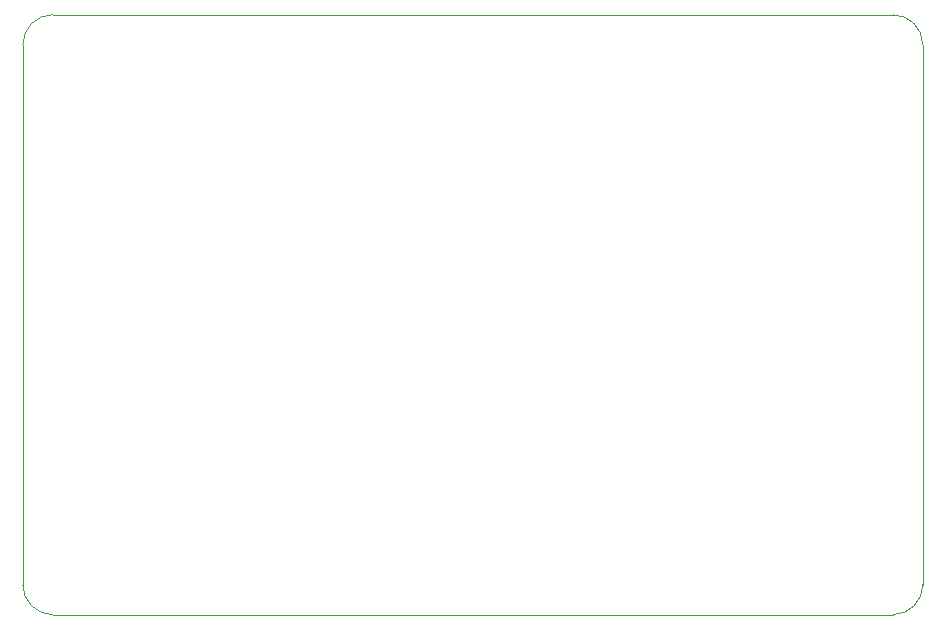
<source format=gbr>
%TF.GenerationSoftware,KiCad,Pcbnew,6.0.4+dfsg-1+b1*%
%TF.CreationDate,2022-05-05T09:05:32+08:00*%
%TF.ProjectId,memw25q128,6d656d77-3235-4713-9132-382e6b696361,rev?*%
%TF.SameCoordinates,Original*%
%TF.FileFunction,Profile,NP*%
%FSLAX46Y46*%
G04 Gerber Fmt 4.6, Leading zero omitted, Abs format (unit mm)*
G04 Created by KiCad (PCBNEW 6.0.4+dfsg-1+b1) date 2022-05-05 09:05:32*
%MOMM*%
%LPD*%
G01*
G04 APERTURE LIST*
%TA.AperFunction,Profile*%
%ADD10C,0.050000*%
%TD*%
G04 APERTURE END LIST*
D10*
X111125000Y-71755000D02*
G75*
G03*
X108585000Y-74295000I0J-2540000D01*
G01*
X182245000Y-71755000D02*
X111125000Y-71755000D01*
X111125000Y-122555000D02*
X182245000Y-122555000D01*
X184785000Y-74295000D02*
G75*
G03*
X182245000Y-71755000I-2540000J0D01*
G01*
X108585000Y-120015000D02*
G75*
G03*
X111125000Y-122555000I2540000J0D01*
G01*
X108585000Y-74295000D02*
X108585000Y-120015000D01*
X182245000Y-122555000D02*
G75*
G03*
X184785000Y-120015000I0J2540000D01*
G01*
X184785000Y-120015000D02*
X184785000Y-74295000D01*
M02*

</source>
